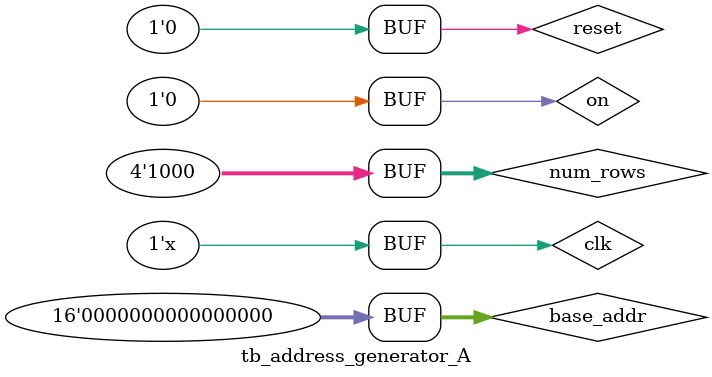
<source format=v>
`timescale 100ns/1ns

module tb_address_generator_A #(
    parameter integer ADDR_WIDTH    = 16,
    parameter integer ARRAY_N       = 8,
    parameter integer CONCAT_ADDR_WIDTH = ADDR_WIDTH * ARRAY_N
);
    reg clk;
    reg reset;
    reg on;
    reg [ADDR_WIDTH-1:0]base_addr;
    reg [$clog2(ARRAY_N) : 0] num_rows;
    
    wire [CONCAT_ADDR_WIDTH-1:0] address;
    wire [ARRAY_N-1          :0] enable ;
    
    adderss_generator_A ag_a(
        .clk(clk),
        .reset(reset),
        .on(on),
        .base_addr(base_addr),
        .num_rows(num_rows),
        .address(address),
        .enable(enable)
    );
    
    initial begin
        clk = 1;
        reset = 1;
        on          = 0;
        base_addr   = 0;
        num_rows    = 0;
        # 2
        
        reset = 0;
        # 2
        
        on        = 1;
        num_rows  = 8;
        base_addr = 0;
        
        # 16
        on        = 0;
        base_addr = 0;
        
    end;
    
    always #0.5 clk = !clk;
    
endmodule
</source>
